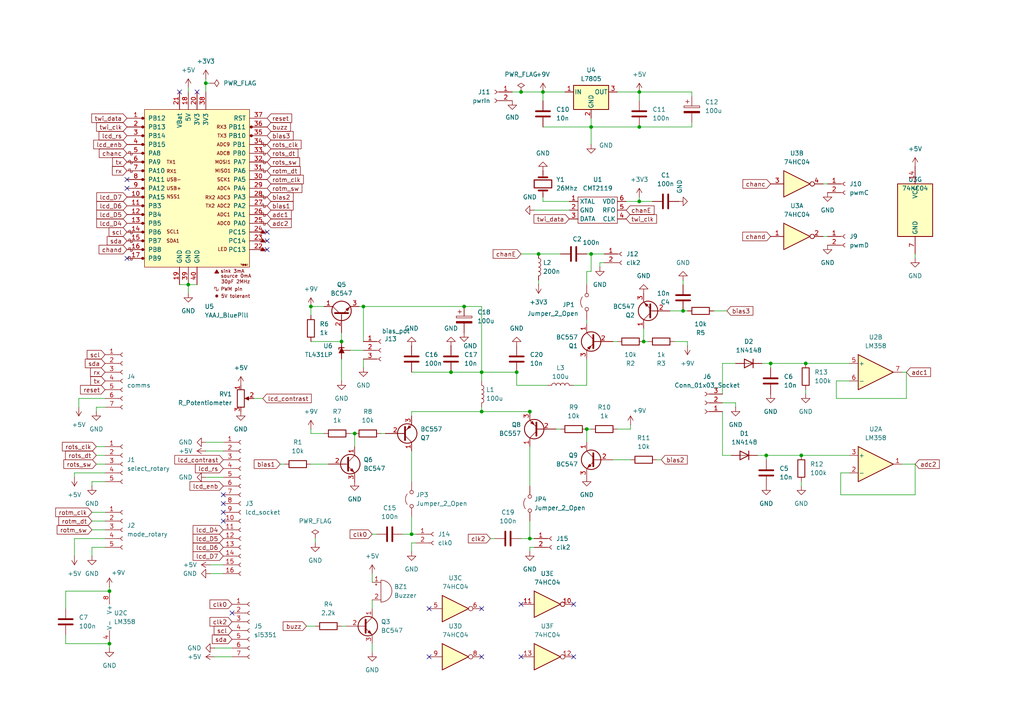
<source format=kicad_sch>
(kicad_sch (version 20231120) (generator "eeschema") (generator_version "8.0")
  (paper "A4")
  (title_block (title "RFGen") (date "2024-09-13") (rev "v1.5") (company "Suryasaradhi") (comment 1 "Bluepill version"))
  (junction (at 99.06 99.06))
  (junction (at 171.45 36.83))
  (junction (at 157.48 26.67))
  (junction (at 59.69 24.13))
  (junction (at 171.45 73.66))
  (junction (at 232.41 132.08))
  (junction (at 223.52 105.41))
  (junction (at 130.81 107.95))
  (junction (at 105.41 88.9))
  (junction (at 54.61 82.55))
  (junction (at 151.13 26.67))
  (junction (at 185.42 36.83))
  (junction (at 31.75 171.45))
  (junction (at 156.21 73.66))
  (junction (at 186.69 99.06))
  (junction (at 198.12 90.17))
  (junction (at 134.62 88.9))
  (junction (at 119.38 154.94))
  (junction (at 102.87 125.73))
  (junction (at 222.25 132.08))
  (junction (at 139.7 119.38))
  (junction (at 153.67 156.21))
  (junction (at 149.86 107.95))
  (junction (at 170.18 124.46))
  (junction (at 90.17 88.9))
  (junction (at 233.68 105.41))
  (junction (at 139.7 107.95))
  (junction (at 31.75 186.69))
  (junction (at 185.42 58.42))
  (junction (at 153.67 119.38))
  (junction (at 185.42 26.67))
  (no_connect (at 64.77 143.51))
  (no_connect (at 139.7 176.53))
  (no_connect (at 64.77 148.59))
  (no_connect (at 77.47 69.85))
  (no_connect (at 151.13 175.26))
  (no_connect (at 52.07 26.67))
  (no_connect (at 57.15 26.67))
  (no_connect (at 64.77 146.05))
  (no_connect (at 36.83 54.61))
  (no_connect (at 36.83 74.93))
  (no_connect (at 139.7 190.5))
  (no_connect (at 166.37 190.5))
  (no_connect (at 77.47 67.31))
  (no_connect (at 151.13 190.5))
  (no_connect (at 64.77 151.13))
  (no_connect (at 124.46 176.53))
  (no_connect (at 36.83 52.07))
  (no_connect (at 124.46 190.5))
  (no_connect (at 67.31 177.8))
  (no_connect (at 77.47 72.39))
  (no_connect (at 166.37 175.26))
  (wire (pts (xy 149.86 111.76) (xy 149.86 107.95)))
  (wire (pts (xy 157.48 58.42) (xy 157.48 57.15)))
  (wire (pts (xy 101.6 125.73) (xy 102.87 125.73)))
  (wire (pts (xy 170.18 73.66) (xy 171.45 73.66)))
  (wire (pts (xy 195.58 99.06) (xy 199.39 99.06)))
  (wire (pts (xy 186.69 99.06) (xy 186.69 95.25)))
  (wire (pts (xy 200.66 35.56) (xy 200.66 36.83)))
  (wire (pts (xy 59.69 130.81) (xy 64.77 130.81)))
  (wire (pts (xy 262.89 115.57) (xy 262.89 107.95)))
  (wire (pts (xy 119.38 130.81) (xy 119.38 139.7)))
  (wire (pts (xy 213.36 116.84) (xy 213.36 118.11)))
  (wire (pts (xy 243.84 143.51) (xy 265.43 143.51)))
  (wire (pts (xy 59.69 138.43) (xy 64.77 138.43)))
  (wire (pts (xy 59.69 22.86) (xy 59.69 24.13)))
  (wire (pts (xy 99.06 104.14) (xy 99.06 110.49)))
  (wire (pts (xy 101.6 101.6) (xy 105.41 101.6)))
  (wire (pts (xy 119.38 107.95) (xy 130.81 107.95)))
  (wire (pts (xy 59.69 24.13) (xy 59.69 26.67)))
  (wire (pts (xy 171.45 36.83) (xy 171.45 41.91)))
  (wire (pts (xy 162.56 124.46) (xy 161.29 124.46)))
  (wire (pts (xy 158.75 111.76) (xy 149.86 111.76)))
  (wire (pts (xy 191.77 133.35) (xy 190.5 133.35)))
  (wire (pts (xy 107.95 186.69) (xy 107.95 189.23)))
  (wire (pts (xy 88.9 181.61) (xy 91.44 181.61)))
  (wire (pts (xy 156.21 82.55) (xy 156.21 81.28)))
  (wire (pts (xy 222.25 133.35) (xy 222.25 132.08)))
  (wire (pts (xy 223.52 105.41) (xy 220.98 105.41)))
  (wire (pts (xy 90.17 88.9) (xy 90.17 91.44)))
  (wire (pts (xy 233.68 113.03) (xy 233.68 114.3)))
  (wire (pts (xy 26.67 148.59) (xy 30.48 148.59)))
  (wire (pts (xy 157.48 36.83) (xy 171.45 36.83)))
  (wire (pts (xy 149.86 107.95) (xy 139.7 107.95)))
  (wire (pts (xy 107.95 173.99) (xy 107.95 176.53)))
  (wire (pts (xy 119.38 154.94) (xy 120.65 154.94)))
  (wire (pts (xy 27.94 118.11) (xy 27.94 119.38)))
  (wire (pts (xy 107.95 166.37) (xy 107.95 168.91)))
  (wire (pts (xy 60.96 163.83) (xy 64.77 163.83)))
  (wire (pts (xy 185.42 58.42) (xy 185.42 57.15)))
  (wire (pts (xy 26.67 153.67) (xy 30.48 153.67)))
  (wire (pts (xy 134.62 88.9) (xy 105.41 88.9)))
  (wire (pts (xy 171.45 78.74) (xy 171.45 73.66)))
  (wire (pts (xy 62.23 187.96) (xy 67.31 187.96)))
  (wire (pts (xy 246.38 110.49) (xy 242.57 110.49)))
  (wire (pts (xy 54.61 82.55) (xy 57.15 82.55)))
  (wire (pts (xy 139.7 119.38) (xy 153.67 119.38)))
  (wire (pts (xy 157.48 26.67) (xy 157.48 29.21)))
  (wire (pts (xy 156.21 73.66) (xy 162.56 73.66)))
  (wire (pts (xy 170.18 111.76) (xy 170.18 104.14)))
  (wire (pts (xy 119.38 157.48) (xy 119.38 160.02)))
  (wire (pts (xy 102.87 125.73) (xy 102.87 129.54)))
  (wire (pts (xy 182.88 124.46) (xy 182.88 123.19)))
  (wire (pts (xy 177.8 133.35) (xy 182.88 133.35)))
  (wire (pts (xy 30.48 158.75) (xy 26.67 158.75)))
  (wire (pts (xy 153.67 151.13) (xy 153.67 156.21)))
  (wire (pts (xy 60.96 166.37) (xy 64.77 166.37)))
  (wire (pts (xy 139.7 88.9) (xy 134.62 88.9)))
  (wire (pts (xy 175.26 76.2) (xy 173.99 76.2)))
  (wire (pts (xy 200.66 26.67) (xy 185.42 26.67)))
  (wire (pts (xy 265.43 134.62) (xy 261.62 134.62)))
  (wire (pts (xy 171.45 73.66) (xy 175.26 73.66)))
  (wire (pts (xy 185.42 58.42) (xy 189.23 58.42)))
  (wire (pts (xy 198.12 90.17) (xy 194.31 90.17)))
  (wire (pts (xy 139.7 107.95) (xy 130.81 107.95)))
  (wire (pts (xy 62.23 190.5) (xy 67.31 190.5)))
  (wire (pts (xy 199.39 90.17) (xy 198.12 90.17)))
  (wire (pts (xy 26.67 158.75) (xy 26.67 161.29)))
  (wire (pts (xy 165.1 60.96) (xy 154.94 60.96)))
  (wire (pts (xy 54.61 25.4) (xy 54.61 26.67)))
  (wire (pts (xy 21.59 156.21) (xy 21.59 161.29)))
  (wire (pts (xy 54.61 82.55) (xy 54.61 85.09)))
  (wire (pts (xy 151.13 156.21) (xy 153.67 156.21)))
  (wire (pts (xy 181.61 58.42) (xy 185.42 58.42)))
  (wire (pts (xy 119.38 149.86) (xy 119.38 154.94)))
  (wire (pts (xy 73.66 115.57) (xy 76.2 115.57)))
  (wire (pts (xy 31.75 170.18) (xy 31.75 171.45)))
  (wire (pts (xy 111.76 125.73) (xy 110.49 125.73)))
  (wire (pts (xy 31.75 187.96) (xy 31.75 186.69)))
  (wire (pts (xy 222.25 132.08) (xy 232.41 132.08)))
  (wire (pts (xy 238.76 53.34) (xy 240.03 53.34)))
  (wire (pts (xy 170.18 82.55) (xy 170.18 78.74)))
  (wire (pts (xy 163.83 26.67) (xy 157.48 26.67)))
  (wire (pts (xy 179.07 99.06) (xy 177.8 99.06)))
  (wire (pts (xy 185.42 29.21) (xy 185.42 26.67)))
  (wire (pts (xy 200.66 27.94) (xy 200.66 26.67)))
  (wire (pts (xy 19.05 171.45) (xy 19.05 176.53)))
  (wire (pts (xy 265.43 73.66) (xy 265.43 74.93)))
  (wire (pts (xy 120.65 157.48) (xy 119.38 157.48)))
  (wire (pts (xy 105.41 99.06) (xy 105.41 88.9)))
  (wire (pts (xy 21.59 137.16) (xy 21.59 138.43)))
  (wire (pts (xy 238.76 68.58) (xy 240.03 68.58)))
  (wire (pts (xy 209.55 132.08) (xy 212.09 132.08)))
  (wire (pts (xy 200.66 36.83) (xy 185.42 36.83)))
  (wire (pts (xy 171.45 34.29) (xy 171.45 36.83)))
  (wire (pts (xy 262.89 107.95) (xy 261.62 107.95)))
  (wire (pts (xy 246.38 137.16) (xy 243.84 137.16)))
  (wire (pts (xy 209.55 105.41) (xy 213.36 105.41)))
  (wire (pts (xy 116.84 154.94) (xy 119.38 154.94)))
  (wire (pts (xy 19.05 171.45) (xy 31.75 171.45)))
  (wire (pts (xy 232.41 132.08) (xy 246.38 132.08)))
  (wire (pts (xy 93.98 88.9) (xy 90.17 88.9)))
  (wire (pts (xy 30.48 137.16) (xy 21.59 137.16)))
  (wire (pts (xy 233.68 105.41) (xy 246.38 105.41)))
  (wire (pts (xy 90.17 125.73) (xy 90.17 124.46)))
  (wire (pts (xy 242.57 115.57) (xy 262.89 115.57)))
  (wire (pts (xy 198.12 81.28) (xy 198.12 82.55)))
  (wire (pts (xy 153.67 119.38) (xy 153.67 120.65)))
  (wire (pts (xy 93.98 125.73) (xy 90.17 125.73)))
  (wire (pts (xy 107.95 154.94) (xy 109.22 154.94)))
  (wire (pts (xy 142.24 156.21) (xy 143.51 156.21)))
  (wire (pts (xy 30.48 139.7) (xy 26.67 139.7)))
  (wire (pts (xy 151.13 26.67) (xy 157.48 26.67)))
  (wire (pts (xy 19.05 184.15) (xy 19.05 186.69)))
  (wire (pts (xy 139.7 107.95) (xy 139.7 110.49)))
  (wire (pts (xy 30.48 156.21) (xy 21.59 156.21)))
  (wire (pts (xy 153.67 158.75) (xy 153.67 160.02)))
  (wire (pts (xy 19.05 186.69) (xy 31.75 186.69)))
  (wire (pts (xy 222.25 132.08) (xy 219.71 132.08)))
  (wire (pts (xy 119.38 119.38) (xy 139.7 119.38)))
  (wire (pts (xy 242.57 110.49) (xy 242.57 115.57)))
  (wire (pts (xy 265.43 143.51) (xy 265.43 134.62)))
  (wire (pts (xy 105.41 104.14) (xy 105.41 106.68)))
  (wire (pts (xy 99.06 181.61) (xy 100.33 181.61)))
  (wire (pts (xy 90.17 99.06) (xy 99.06 99.06)))
  (wire (pts (xy 199.39 99.06) (xy 199.39 100.33)))
  (wire (pts (xy 153.67 156.21) (xy 154.94 156.21)))
  (wire (pts (xy 209.55 114.3) (xy 209.55 105.41)))
  (wire (pts (xy 119.38 119.38) (xy 119.38 120.65)))
  (wire (pts (xy 139.7 118.11) (xy 139.7 119.38)))
  (wire (pts (xy 99.06 96.52) (xy 99.06 99.06)))
  (wire (pts (xy 26.67 139.7) (xy 26.67 140.97)))
  (wire (pts (xy 154.94 158.75) (xy 153.67 158.75)))
  (wire (pts (xy 170.18 78.74) (xy 171.45 78.74)))
  (wire (pts (xy 27.94 134.62) (xy 30.48 134.62)))
  (wire (pts (xy 223.52 106.68) (xy 223.52 105.41)))
  (wire (pts (xy 90.17 134.62) (xy 95.25 134.62)))
  (wire (pts (xy 165.1 58.42) (xy 157.48 58.42)))
  (wire (pts (xy 171.45 124.46) (xy 170.18 124.46)))
  (wire (pts (xy 243.84 137.16) (xy 243.84 143.51)))
  (wire (pts (xy 170.18 93.98) (xy 170.18 92.71)))
  (wire (pts (xy 210.82 90.17) (xy 207.01 90.17)))
  (wire (pts (xy 153.67 129.54) (xy 153.67 140.97)))
  (wire (pts (xy 52.07 82.55) (xy 54.61 82.55)))
  (wire (pts (xy 185.42 26.67) (xy 179.07 26.67)))
  (wire (pts (xy 232.41 139.7) (xy 232.41 140.97)))
  (wire (pts (xy 173.99 76.2) (xy 173.99 77.47)))
  (wire (pts (xy 105.41 88.9) (xy 104.14 88.9)))
  (wire (pts (xy 170.18 124.46) (xy 170.18 128.27)))
  (wire (pts (xy 60.96 24.13) (xy 59.69 24.13)))
  (wire (pts (xy 209.55 116.84) (xy 213.36 116.84)))
  (wire (pts (xy 223.52 105.41) (xy 233.68 105.41)))
  (wire (pts (xy 27.94 132.08) (xy 30.48 132.08)))
  (wire (pts (xy 91.44 156.21) (xy 91.44 157.48)))
  (wire (pts (xy 26.67 151.13) (xy 30.48 151.13)))
  (wire (pts (xy 171.45 36.83) (xy 185.42 36.83)))
  (wire (pts (xy 139.7 107.95) (xy 139.7 88.9)))
  (wire (pts (xy 187.96 99.06) (xy 186.69 99.06)))
  (wire (pts (xy 22.86 115.57) (xy 22.86 118.11)))
  (wire (pts (xy 209.55 119.38) (xy 209.55 132.08)))
  (wire (pts (xy 151.13 73.66) (xy 156.21 73.66)))
  (wire (pts (xy 30.48 118.11) (xy 27.94 118.11)))
  (wire (pts (xy 166.37 111.76) (xy 170.18 111.76)))
  (wire (pts (xy 59.69 128.27) (xy 64.77 128.27)))
  (wire (pts (xy 27.94 129.54) (xy 30.48 129.54)))
  (wire (pts (xy 81.28 134.62) (xy 82.55 134.62)))
  (wire (pts (xy 179.07 124.46) (xy 182.88 124.46)))
  (wire (pts (xy 148.59 26.67) (xy 151.13 26.67)))
  (wire (pts (xy 30.48 115.57) (xy 22.86 115.57)))
  (global_label "rots_sw" (shape input) (at 27.94 134.62 180) (property "Intersheetrefs" "${INTERSHEET_REFS}" (effects (hide yes))))
  (global_label "chanc" (shape input) (at 223.52 53.34 180) (property "Intersheetrefs" "${INTERSHEET_REFS}" (effects (hide yes))))
  (global_label "adc2" (shape input) (at 77.47 64.77 0) (property "Intersheetrefs" "${INTERSHEET_REFS}" (effects (hide yes))))
  (global_label "buzz" (shape input) (at 77.47 36.83 0) (property "Intersheetrefs" "${INTERSHEET_REFS}" (effects (hide yes))))
  (global_label "rots_clk" (shape input) (at 27.94 129.54 180) (property "Intersheetrefs" "${INTERSHEET_REFS}" (effects (hide yes))))
  (global_label "lcd_rs" (shape input) (at 64.77 135.89 180) (property "Intersheetrefs" "${INTERSHEET_REFS}" (effects (hide yes))))
  (global_label "twi_data" (shape input) (at 165.1 63.5 180) (property "Intersheetrefs" "${INTERSHEET_REFS}" (effects (hide yes))))
  (global_label "buzz" (shape input) (at 88.9 181.61 180) (property "Intersheetrefs" "${INTERSHEET_REFS}" (effects (hide yes))))
  (global_label "adc2" (shape input) (at 265.43 134.62 0) (property "Intersheetrefs" "${INTERSHEET_REFS}" (effects (hide yes))))
  (global_label "lcd_enb" (shape input) (at 36.83 41.91 180) (property "Intersheetrefs" "${INTERSHEET_REFS}" (effects (hide yes))))
  (global_label "twi_data" (shape input) (at 36.83 34.29 180) (property "Intersheetrefs" "${INTERSHEET_REFS}" (effects (hide yes))))
  (global_label "rx" (shape input) (at 36.83 49.53 180) (property "Intersheetrefs" "${INTERSHEET_REFS}" (effects (hide yes))))
  (global_label "rots_dt" (shape input) (at 77.47 44.45 0) (property "Intersheetrefs" "${INTERSHEET_REFS}" (effects (hide yes))))
  (global_label "rotm_clk" (shape input) (at 26.67 148.59 180) (property "Intersheetrefs" "${INTERSHEET_REFS}" (effects (hide yes))))
  (global_label "chand" (shape input) (at 223.52 68.58 180) (property "Intersheetrefs" "${INTERSHEET_REFS}" (effects (hide yes))))
  (global_label "scl" (shape input) (at 67.31 182.88 180) (property "Intersheetrefs" "${INTERSHEET_REFS}" (effects (hide yes))))
  (global_label "adc1" (shape input) (at 77.47 62.23 0) (property "Intersheetrefs" "${INTERSHEET_REFS}" (effects (hide yes))))
  (global_label "lcd_D7" (shape input) (at 64.77 161.29 180) (property "Intersheetrefs" "${INTERSHEET_REFS}" (effects (hide yes))))
  (global_label "scl" (shape input) (at 30.48 102.87 180) (property "Intersheetrefs" "${INTERSHEET_REFS}" (effects (hide yes))))
  (global_label "bias3" (shape input) (at 210.82 90.17 0) (property "Intersheetrefs" "${INTERSHEET_REFS}" (effects (hide yes))))
  (global_label "bias2" (shape input) (at 77.47 57.15 0) (property "Intersheetrefs" "${INTERSHEET_REFS}" (effects (hide yes))))
  (global_label "bias2" (shape input) (at 191.77 133.35 0) (property "Intersheetrefs" "${INTERSHEET_REFS}" (effects (hide yes))))
  (global_label "reset" (shape input) (at 30.48 113.03 180) (property "Intersheetrefs" "${INTERSHEET_REFS}" (effects (hide yes))))
  (global_label "rotm_clk" (shape input) (at 77.47 52.07 0) (property "Intersheetrefs" "${INTERSHEET_REFS}" (effects (hide yes))))
  (global_label "lcd_D5" (shape input) (at 64.77 156.21 180) (property "Intersheetrefs" "${INTERSHEET_REFS}" (effects (hide yes))))
  (global_label "lcd_D7" (shape input) (at 36.83 57.15 180) (property "Intersheetrefs" "${INTERSHEET_REFS}" (effects (hide yes))))
  (global_label "clk2" (shape input) (at 67.31 180.34 180) (property "Intersheetrefs" "${INTERSHEET_REFS}" (effects (hide yes))))
  (global_label "lcd_contrast" (shape input) (at 76.2 115.57 0) (property "Intersheetrefs" "${INTERSHEET_REFS}" (effects (hide yes))))
  (global_label "lcd_D5" (shape input) (at 36.83 62.23 180) (property "Intersheetrefs" "${INTERSHEET_REFS}" (effects (hide yes))))
  (global_label "chanc" (shape input) (at 36.83 44.45 180) (property "Intersheetrefs" "${INTERSHEET_REFS}" (effects (hide yes))))
  (global_label "lcd_D6" (shape input) (at 36.83 59.69 180) (property "Intersheetrefs" "${INTERSHEET_REFS}" (effects (hide yes))))
  (global_label "sda" (shape input) (at 36.83 69.85 180) (property "Intersheetrefs" "${INTERSHEET_REFS}" (effects (hide yes))))
  (global_label "reset" (shape input) (at 77.47 34.29 0) (property "Intersheetrefs" "${INTERSHEET_REFS}" (effects (hide yes))))
  (global_label "adc1" (shape input) (at 262.89 107.95 0) (property "Intersheetrefs" "${INTERSHEET_REFS}" (effects (hide yes))))
  (global_label "rots_clk" (shape input) (at 77.47 41.91 0) (property "Intersheetrefs" "${INTERSHEET_REFS}" (effects (hide yes))))
  (global_label "chanE" (shape input) (at 151.13 73.66 180) (property "Intersheetrefs" "${INTERSHEET_REFS}" (effects (hide yes))))
  (global_label "rots_sw" (shape input) (at 77.47 46.99 0) (property "Intersheetrefs" "${INTERSHEET_REFS}" (effects (hide yes))))
  (global_label "clk0" (shape input) (at 107.95 154.94 180) (property "Intersheetrefs" "${INTERSHEET_REFS}" (effects (hide yes))))
  (global_label "sda" (shape input) (at 30.48 105.41 180) (property "Intersheetrefs" "${INTERSHEET_REFS}" (effects (hide yes))))
  (global_label "scl" (shape input) (at 36.83 67.31 180) (property "Intersheetrefs" "${INTERSHEET_REFS}" (effects (hide yes))))
  (global_label "rotm_sw" (shape input) (at 77.47 54.61 0) (property "Intersheetrefs" "${INTERSHEET_REFS}" (effects (hide yes))))
  (global_label "rotm_dt" (shape input) (at 77.47 49.53 0) (property "Intersheetrefs" "${INTERSHEET_REFS}" (effects (hide yes))))
  (global_label "twi_clk" (shape input) (at 181.61 63.5 0) (property "Intersheetrefs" "${INTERSHEET_REFS}" (effects (hide yes))))
  (global_label "lcd_contrast" (shape input) (at 64.77 133.35 180) (property "Intersheetrefs" "${INTERSHEET_REFS}" (effects (hide yes))))
  (global_label "lcd_D4" (shape input) (at 64.77 153.67 180) (property "Intersheetrefs" "${INTERSHEET_REFS}" (effects (hide yes))))
  (global_label "rotm_sw" (shape input) (at 26.67 153.67 180) (property "Intersheetrefs" "${INTERSHEET_REFS}" (effects (hide yes))))
  (global_label "twi_clk" (shape input) (at 36.83 36.83 180) (property "Intersheetrefs" "${INTERSHEET_REFS}" (effects (hide yes))))
  (global_label "chand" (shape input) (at 36.83 72.39 180) (property "Intersheetrefs" "${INTERSHEET_REFS}" (effects (hide yes))))
  (global_label "rx" (shape input) (at 30.48 107.95 180) (property "Intersheetrefs" "${INTERSHEET_REFS}" (effects (hide yes))))
  (global_label "lcd_D4" (shape input) (at 36.83 64.77 180) (property "Intersheetrefs" "${INTERSHEET_REFS}" (effects (hide yes))))
  (global_label "rotm_dt" (shape input) (at 26.67 151.13 180) (property "Intersheetrefs" "${INTERSHEET_REFS}" (effects (hide yes))))
  (global_label "lcd_rs" (shape input) (at 36.83 39.37 180) (property "Intersheetrefs" "${INTERSHEET_REFS}" (effects (hide yes))))
  (global_label "bias1" (shape input) (at 81.28 134.62 180) (property "Intersheetrefs" "${INTERSHEET_REFS}" (effects (hide yes))))
  (global_label "clk0" (shape input) (at 67.31 175.26 180) (property "Intersheetrefs" "${INTERSHEET_REFS}" (effects (hide yes))))
  (global_label "chanE" (shape input) (at 181.61 60.96 0) (property "Intersheetrefs" "${INTERSHEET_REFS}" (effects (hide yes))))
  (global_label "rots_dt" (shape input) (at 27.94 132.08 180) (property "Intersheetrefs" "${INTERSHEET_REFS}" (effects (hide yes))))
  (global_label "lcd_D6" (shape input) (at 64.77 158.75 180) (property "Intersheetrefs" "${INTERSHEET_REFS}" (effects (hide yes))))
  (global_label "bias3" (shape input) (at 77.47 39.37 0) (property "Intersheetrefs" "${INTERSHEET_REFS}" (effects (hide yes))))
  (global_label "lcd_enb" (shape input) (at 64.77 140.97 180) (property "Intersheetrefs" "${INTERSHEET_REFS}" (effects (hide yes))))
  (global_label "clk2" (shape input) (at 142.24 156.21 180) (property "Intersheetrefs" "${INTERSHEET_REFS}" (effects (hide yes))))
  (global_label "tx" (shape input) (at 36.83 46.99 180) (property "Intersheetrefs" "${INTERSHEET_REFS}" (effects (hide yes))))
  (global_label "bias1" (shape input) (at 77.47 59.69 0) (property "Intersheetrefs" "${INTERSHEET_REFS}" (effects (hide yes))))
  (global_label "sda" (shape input) (at 67.31 185.42 180) (property "Intersheetrefs" "${INTERSHEET_REFS}" (effects (hide yes))))
  (global_label "tx" (shape input) (at 30.48 110.49 180) (property "Intersheetrefs" "${INTERSHEET_REFS}" (effects (hide yes))))
  (symbol (lib_id "Connector:Conn_01x05_Socket") (at 35.56 153.67 0) (unit 1)
    (property "Reference" "J2" (at 36.83 152.3999 0) (effects (justify left)))
    (property "Value" "mode_rotary" (at 36.83 154.9399 0) (effects (justify left)))
    (property "Footprint" "Connector_PinHeader_2.54mm:PinHeader_1x05_P2.54mm_Vertical" (effects (hide yes)))
    (property "Description" "Generic connector, single row, 01x05, script generated" (effects (hide yes)))
  )
  (symbol (lib_id "power:GND") (at 186.69 85.09 180) (unit 1)
    (property "Reference" "#PWR021" (effects (hide yes)))
    (property "Value" "GND" (at 186.69 80.01 0))
    (property "Description" "Power symbol creates a global label with name \"GND\" , ground" (effects (hide yes)))
  )
  (symbol (lib_id "Transistor_BJT:BC547") (at 172.72 133.35 0) (mirror y) (unit 1)
    (property "Reference" "Q9" (at 167.64 132.0799 0) (effects (justify left)))
    (property "Value" "BC547" (at 167.64 134.6199 0) (effects (justify left)))
    (property "Footprint" "Package_TO_SOT_THT:TO-92_Inline" (effects (hide yes)))
    (property "Datasheet" "https://www.onsemi.com/pub/Collateral/BC550-D.pdf" (effects (hide yes)))
    (property "Description" "0.1A Ic, 45V Vce, Small Signal NPN Transistor, TO-92" (effects (hide yes)))
  )
  (symbol (lib_id "power:+5V") (at 21.59 138.43 180) (unit 1)
    (property "Reference" "#PWR07" (effects (hide yes)))
    (property "Value" "+5V" (at 21.59 143.51 0))
    (property "Description" "Power symbol creates a global label with name \"+5V\"" (effects (hide yes)))
  )
  (symbol (lib_id "Transistor_BJT:BC547") (at 100.33 134.62 0) (unit 1)
    (property "Reference" "Q6" (at 105.41 133.3499 0) (effects (justify left)))
    (property "Value" "BC547" (at 105.41 135.8899 0) (effects (justify left)))
    (property "Footprint" "Package_TO_SOT_THT:TO-92_Inline" (effects (hide yes)))
    (property "Datasheet" "https://www.onsemi.com/pub/Collateral/BC550-D.pdf" (effects (hide yes)))
    (property "Description" "0.1A Ic, 45V Vce, Small Signal NPN Transistor, TO-92" (effects (hide yes)))
  )
  (symbol (lib_id "power:GND") (at 102.87 139.7 0) (unit 1)
    (property "Reference" "#PWR051" (effects (hide yes)))
    (property "Value" "GND" (at 102.87 144.78 0))
    (property "Description" "Power symbol creates a global label with name \"GND\" , ground" (effects (hide yes)))
  )
  (symbol (lib_id "power:+5V") (at 60.96 163.83 90) (unit 1)
    (property "Reference" "#PWR014" (effects (hide yes)))
    (property "Value" "+5V" (at 57.15 163.8299 90) (effects (justify left)))
    (property "Description" "Power symbol creates a global label with name \"+5V\"" (effects (hide yes)))
  )
  (symbol (lib_id "power:GND") (at 107.95 189.23 0) (unit 1)
    (property "Reference" "#PWR023" (effects (hide yes)))
    (property "Value" "GND" (at 107.95 194.31 0))
    (property "Description" "Power symbol creates a global label with name \"GND\" , ground" (effects (hide yes)))
  )
  (symbol (lib_id "power:PWR_FLAG") (at 91.44 156.21 0) (unit 1)
    (property "Reference" "#FLG01" (effects (hide yes)))
    (property "Value" "PWR_FLAG" (at 91.44 151.13 0))
    (property "Description" "Special symbol for telling ERC where power comes from" (effects (hide yes)))
  )
  (symbol (lib_id "power:+5V") (at 62.23 190.5 90) (unit 1)
    (property "Reference" "#PWR020" (effects (hide yes)))
    (property "Value" "+5V" (at 58.42 190.4999 90) (effects (justify left)))
    (property "Description" "Power symbol creates a global label with name \"+5V\"" (effects (hide yes)))
  )
  (symbol (lib_id "power:+5V") (at 54.61 25.4 0) (unit 1)
    (property "Reference" "#PWR02" (effects (hide yes)))
    (property "Value" "+5V" (at 54.61 20.32 0))
    (property "Description" "Power symbol creates a global label with name \"+5V\"" (effects (hide yes)))
  )
  (symbol (lib_id "power:GND") (at 153.67 160.02 0) (unit 1)
    (property "Reference" "#PWR058" (effects (hide yes)))
    (property "Value" "GND" (at 153.67 165.1 0))
    (property "Description" "Power symbol creates a global label with name \"GND\" , ground" (effects (hide yes)))
  )
  (symbol (lib_id "power:+5V") (at 22.86 118.11 180) (unit 1)
    (property "Reference" "#PWR016" (effects (hide yes)))
    (property "Value" "+5V" (at 22.86 123.19 0))
    (property "Description" "Power symbol creates a global label with name \"+5V\"" (effects (hide yes)))
  )
  (symbol (lib_id "Device:L") (at 139.7 114.3 0) (unit 1)
    (property "Reference" "L1" (at 140.97 113.0299 0) (effects (justify left)))
    (property "Value" "100u" (at 140.97 115.5699 0) (effects (justify left)))
    (property "Footprint" "Inductor_THT:L_Toroid_Vertical_L14.7mm_W8.6mm_P5.58mm_Pulse_KM-1" (effects (hide yes)))
    (property "Description" "Inductor" (effects (hide yes)))
  )
  (symbol (lib_id "Connector:Conn_01x05_Socket") (at 35.56 134.62 0) (unit 1)
    (property "Reference" "J1" (at 36.83 133.3499 0) (effects (justify left)))
    (property "Value" "select_rotary" (at 36.83 135.8899 0) (effects (justify left)))
    (property "Footprint" "Connector_PinHeader_2.54mm:PinHeader_1x05_P2.54mm_Vertical" (effects (hide yes)))
    (property "Description" "Generic connector, single row, 01x05, script generated" (effects (hide yes)))
  )
  (symbol (lib_id "power:GND") (at 223.52 114.3 0) (mirror y) (unit 1)
    (property "Reference" "#PWR029" (effects (hide yes)))
    (property "Value" "GND" (at 223.52 119.38 0))
    (property "Description" "Power symbol creates a global label with name \"GND\" , ground" (effects (hide yes)))
  )
  (symbol (lib_id "power:GND") (at 26.67 140.97 0) (unit 1)
    (property "Reference" "#PWR06" (effects (hide yes)))
    (property "Value" "GND" (at 26.67 146.05 0))
    (property "Description" "Power symbol creates a global label with name \"GND\" , ground" (effects (hide yes)))
  )
  (symbol (lib_id "Device:C_Polarized") (at 134.62 92.71 0) (unit 1)
    (property "Reference" "C18" (at 138.43 90.5509 0) (effects (justify left)))
    (property "Value" "100u" (at 138.43 93.0909 0) (effects (justify left)))
    (property "Footprint" "Capacitor_THT:CP_Radial_D8.0mm_P5.00mm" (effects (hide yes)))
    (property "Description" "Polarized capacitor" (effects (hide yes)))
  )
  (symbol (lib_id "Regulator_Linear:L7805") (at 171.45 26.67 0) (unit 1)
    (property "Reference" "U4" (at 171.45 20.32 0))
    (property "Value" "L7805" (at 171.45 22.86 0))
    (property "Footprint" "Package_TO_SOT_THT:TO-220-3_Vertical" (effects (hide yes)))
    (property "Datasheet" "http://www.st.com/content/ccc/resource/technical/document/datasheet/41/4f/b3/b0/12/d4/47/88/CD00000444.pdf/files/CD00000444.pdf/jcr:content/translations/en.CD00000444.pdf" (effects (hide yes)))
    (property "Description" "Positive 1.5A 35V Linear Regulator, Fixed Output 5V, TO-220/TO-263/TO-252" (effects (hide yes)))
  )
  (symbol (lib_id "Device:R") (at 106.68 125.73 90) (unit 1)
    (property "Reference" "R8" (at 106.68 119.38 90))
    (property "Value" "10k" (at 106.68 121.92 90))
    (property "Footprint" "Resistor_THT:R_Axial_DIN0207_L6.3mm_D2.5mm_P10.16mm_Horizontal" (effects (hide yes)))
    (property "Description" "Resistor" (effects (hide yes)))
  )
  (symbol (lib_id "power:GND") (at 232.41 140.97 0) (mirror y) (unit 1)
    (property "Reference" "#PWR031" (effects (hide yes)))
    (property "Value" "GND" (at 232.41 146.05 0))
    (property "Description" "Power symbol creates a global label with name \"GND\" , ground" (effects (hide yes)))
  )
  (symbol (lib_id "power:PWR_FLAG") (at 60.96 24.13 270) (unit 1)
    (property "Reference" "#FLG02" (effects (hide yes)))
    (property "Value" "PWR_FLAG" (at 64.77 24.1299 90) (effects (justify left)))
    (property "Description" "Special symbol for telling ERC where power comes from" (effects (hide yes)))
  )
  (symbol (lib_id "Device:C") (at 198.12 86.36 180) (unit 1)
    (property "Reference" "C4" (at 194.31 87.6301 0) (effects (justify left)))
    (property "Value" "10n" (at 194.31 85.0901 0) (effects (justify left)))
    (property "Footprint" "Capacitor_THT:C_Disc_D5.0mm_W2.5mm_P2.50mm" (effects (hide yes)))
    (property "Description" "Unpolarized capacitor" (effects (hide yes)))
  )
  (symbol (lib_id "power:GND") (at 130.81 100.33 180) (unit 1)
    (property "Reference" "#PWR055" (effects (hide yes)))
    (property "Value" "GND" (at 130.81 95.25 0))
    (property "Description" "Power symbol creates a global label with name \"GND\" , ground" (effects (hide yes)))
  )
  (symbol (lib_id "74xx:74HC04") (at 231.14 53.34 0) (unit 2)
    (property "Reference" "U3" (at 231.14 44.45 0))
    (property "Value" "74HC04" (at 231.14 46.99 0))
    (property "Footprint" "Package_DIP:DIP-14_W7.62mm" (effects (hide yes)))
    (property "Datasheet" "https://assets.nexperia.com/documents/data-sheet/74HC_HCT04.pdf" (effects (hide yes)))
    (property "Description" "Hex Inverter" (effects (hide yes)))
  )
  (symbol (lib_id "Device:R") (at 175.26 124.46 90) (mirror x) (unit 1)
    (property "Reference" "R10" (at 175.26 118.11 90))
    (property "Value" "1k" (at 175.26 120.65 90))
    (property "Footprint" "Resistor_THT:R_Axial_DIN0207_L6.3mm_D2.5mm_P10.16mm_Horizontal" (effects (hide yes)))
    (property "Description" "Resistor" (effects (hide yes)))
  )
  (symbol (lib_id "74xx:74HC04") (at 132.08 176.53 0) (unit 3)
    (property "Reference" "U3" (at 132.08 167.64 0))
    (property "Value" "74HC04" (at 132.08 170.18 0))
    (property "Footprint" "Package_DIP:DIP-14_W7.62mm" (effects (hide yes)))
    (property "Datasheet" "https://assets.nexperia.com/documents/data-sheet/74HC_HCT04.pdf" (effects (hide yes)))
    (property "Description" "Hex Inverter" (effects (hide yes)))
  )
  (symbol (lib_id "Connector:Conn_01x07_Socket") (at 72.39 182.88 0) (unit 1)
    (property "Reference" "J5" (at 73.66 181.6099 0) (effects (justify left)))
    (property "Value" "si5351" (at 73.66 184.1499 0) (effects (justify left)))
    (property "Footprint" "Connector_PinHeader_2.54mm:PinHeader_1x07_P2.54mm_Vertical" (effects (hide yes)))
    (property "Description" "Generic connector, single row, 01x07, script generated" (effects (hide yes)))
  )
  (symbol (lib_id "power:+9V") (at 182.88 123.19 0) (mirror y) (unit 1)
    (property "Reference" "#PWR061" (effects (hide yes)))
    (property "Value" "+9V" (at 185.42 119.126 0))
    (property "Description" "Power symbol creates a global label with name \"+9V\"" (effects (hide yes)))
  )
  (symbol (lib_id "Device:R") (at 95.25 181.61 90) (unit 1)
    (property "Reference" "R4" (at 95.25 175.26 90))
    (property "Value" "2.2k" (at 95.25 177.8 90))
    (property "Footprint" "Resistor_THT:R_Axial_DIN0207_L6.3mm_D2.5mm_P10.16mm_Horizontal" (effects (hide yes)))
    (property "Description" "Resistor" (effects (hide yes)))
  )
  (symbol (lib_id "power:GND") (at 69.85 119.38 0) (unit 1)
    (property "Reference" "#PWR017" (effects (hide yes)))
    (property "Value" "GND" (at 69.85 124.46 0))
    (property "Description" "Power symbol creates a global label with name \"GND\" , ground" (effects (hide yes)))
  )
  (symbol (lib_id "power:GND") (at 170.18 138.43 0) (mirror y) (unit 1)
    (property "Reference" "#PWR059" (effects (hide yes)))
    (property "Value" "GND" (at 170.18 143.51 0))
    (property "Description" "Power symbol creates a global label with name \"GND\" , ground" (effects (hide yes)))
  )
  (symbol (lib_id "power:GND") (at 105.41 106.68 0) (unit 1)
    (property "Reference" "#PWR052" (effects (hide yes)))
    (property "Value" "GND" (at 105.41 111.76 0))
    (property "Description" "Power symbol creates a global label with name \"GND\" , ground" (effects (hide yes)))
  )
  (symbol (lib_id "power:+3V3") (at 59.69 22.86 0) (unit 1)
    (property "Reference" "#PWR01" (effects (hide yes)))
    (property "Value" "+3V3" (at 59.69 17.78 0))
    (property "Description" "Power symbol creates a global label with name \"+3V3\"" (effects (hide yes)))
  )
  (symbol (lib_id "power:PWR_FLAG") (at 151.13 26.67 0) (unit 1)
    (property "Reference" "#FLG03" (effects (hide yes)))
    (property "Value" "PWR_FLAG" (at 151.13 21.59 0))
    (property "Description" "Special symbol for telling ERC where power comes from" (effects (hide yes)))
  )
  (symbol (lib_id "power:GND") (at 62.23 187.96 270) (unit 1)
    (property "Reference" "#PWR019" (effects (hide yes)))
    (property "Value" "GND" (at 58.42 187.9599 90) (effects (justify right)))
    (property "Description" "Power symbol creates a global label with name \"GND\" , ground" (effects (hide yes)))
  )
  (symbol (lib_id "power:+5V") (at 107.95 166.37 0) (unit 1)
    (property "Reference" "#PWR024" (effects (hide yes)))
    (property "Value" "+5V" (at 107.95 161.29 0))
    (property "Description" "Power symbol creates a global label with name \"+5V\"" (effects (hide yes)))
  )
  (symbol (lib_id "Device:C") (at 149.86 104.14 0) (unit 1)
    (property "Reference" "C20" (at 153.67 102.8699 0) (effects (justify left)))
    (property "Value" "10n" (at 153.67 105.4099 0) (effects (justify left)))
    (property "Footprint" "Capacitor_THT:C_Disc_D5.0mm_W2.5mm_P2.50mm" (effects (hide yes)))
    (property "Description" "Unpolarized capacitor" (effects (hide yes)))
  )
  (symbol (lib_id "Device:C") (at 130.81 104.14 0) (unit 1)
    (property "Reference" "C17" (at 134.62 102.8699 0) (effects (justify left)))
    (property "Value" "10n" (at 134.62 105.4099 0) (effects (justify left)))
    (property "Footprint" "Capacitor_THT:C_Disc_D5.0mm_W2.5mm_P2.50mm" (effects (hide yes)))
    (property "Description" "Unpolarized capacitor" (effects (hide yes)))
  )
  (symbol (lib_id "Jumper:Jumper_2_Open") (at 119.38 144.78 90) (unit 1) (exclude_from_sim yes)
    (property "Reference" "JP3" (at 120.65 143.5099 90) (effects (justify right)))
    (property "Value" "Jumper_2_Open" (at 120.65 146.0499 90) (effects (justify right)))
    (property "Footprint" "Connector_PinHeader_2.54mm:PinHeader_1x02_P2.54mm_Vertical" (effects (hide yes)))
    (property "Description" "Jumper, 2-pole, open" (effects (hide yes)))
  )
  (symbol (lib_id "power:GND") (at 54.61 85.09 0) (unit 1)
    (property "Reference" "#PWR03" (effects (hide yes)))
    (property "Value" "GND" (at 54.61 90.17 0))
    (property "Description" "Power symbol creates a global label with name \"GND\" , ground" (effects (hide yes)))
  )
  (symbol (lib_id "Transistor_BJT:BC547") (at 105.41 181.61 0) (unit 1)
    (property "Reference" "Q3" (at 110.49 180.3399 0) (effects (justify left)))
    (property "Value" "BC547" (at 110.49 182.8799 0) (effects (justify left)))
    (property "Footprint" "Package_TO_SOT_THT:TO-92_Inline" (effects (hide yes)))
    (property "Datasheet" "https://www.onsemi.com/pub/Collateral/BC550-D.pdf" (effects (hide yes)))
    (property "Description" "0.1A Ic, 45V Vce, Small Signal NPN Transistor, TO-92" (effects (hide yes)))
  )
  (symbol (lib_id "power:+9V") (at 31.75 170.18 0) (mirror y) (unit 1)
    (property "Reference" "#PWR027" (effects (hide yes)))
    (property "Value" "+9V" (at 34.29 166.116 0))
    (property "Description" "Power symbol creates a global label with name \"+9V\"" (effects (hide yes)))
  )
  (symbol (lib_id "YAAJ_BluePill:YAAJ_BluePill") (at 57.15 54.61 0) (unit 1)
    (property "Reference" "U5" (at 59.3441 88.9 0) (effects (justify left)))
    (property "Value" "YAAJ_BluePill" (at 59.3441 91.44 0) (effects (justify left)))
    (property "Footprint" "Footprints:YAAJ_BluePill_2" (effects (hide yes)))
    (property "Description" "STM32 Blue Pill ; KLC compliant" (effects (hide yes)))
  )
  (symbol (lib_id "Device:R") (at 86.36 134.62 90) (unit 1)
    (property "Reference" "R1" (at 86.36 128.27 90))
    (property "Value" "10k" (at 86.36 130.81 90))
    (property "Footprint" "Resistor_THT:R_Axial_DIN0207_L6.3mm_D2.5mm_P10.16mm_Horizontal" (effects (hide yes)))
    (property "Description" "Resistor" (effects (hide yes)))
  )
  (symbol (lib_id "Device:C") (at 222.25 137.16 0) (unit 1)
    (property "Reference" "C5" (at 226.06 135.8899 0) (effects (justify left)))
    (property "Value" "10n" (at 226.06 138.4299 0) (effects (justify left)))
    (property "Footprint" "Capacitor_THT:C_Disc_D5.0mm_W2.5mm_P2.50mm" (effects (hide yes)))
    (property "Description" "Unpolarized capacitor" (effects (hide yes)))
  )
  (symbol (lib_id "Connector:Conn_01x07_Socket") (at 35.56 110.49 0) (unit 1)
    (property "Reference" "J4" (at 36.83 109.2199 0) (effects (justify left)))
    (property "Value" "comms" (at 36.83 111.7599 0) (effects (justify left)))
    (property "Footprint" "Connector_PinHeader_2.54mm:PinHeader_1x07_P2.54mm_Vertical" (effects (hide yes)))
    (property "Description" "Generic connector, single row, 01x07, script generated" (effects (hide yes)))
  )
  (symbol (lib_id "Connector:Conn_01x02_Socket") (at 143.51 26.67 0) (mirror y) (unit 1)
    (property "Reference" "J11" (at 142.24 26.6699 0) (effects (justify left)))
    (property "Value" "pwrIn" (at 142.24 29.2099 0) (effects (justify left)))
    (property "Footprint" "Connector_PinHeader_2.54mm:PinHeader_1x02_P2.54mm_Vertical" (effects (hide yes)))
    (property "Description" "Generic connector, single row, 01x02, script generated" (effects (hide yes)))
  )
  (symbol (lib_id "Device:R") (at 182.88 99.06 270) (unit 1)
    (property "Reference" "R2" (at 182.88 105.41 90))
    (property "Value" "10k" (at 182.88 102.87 90))
    (property "Footprint" "Resistor_THT:R_Axial_DIN0207_L6.3mm_D2.5mm_P10.16mm_Horizontal" (effects (hide yes)))
    (property "Description" "Resistor" (effects (hide yes)))
  )
  (symbol (lib_id "power:GND") (at 60.96 166.37 270) (unit 1)
    (property "Reference" "#PWR013" (effects (hide yes)))
    (property "Value" "GND" (at 57.15 166.3699 90) (effects (justify right)))
    (property "Description" "Power symbol creates a global label with name \"GND\" , ground" (effects (hide yes)))
  )
  (symbol (lib_id "Connector:Conn_01x02_Socket") (at 125.73 154.94 0) (unit 1)
    (property "Reference" "J14" (at 127 154.9399 0) (effects (justify left)))
    (property "Value" "clk0" (at 127 157.4799 0) (effects (justify left)))
    (property "Footprint" "Connector_PinHeader_2.54mm:PinHeader_1x02_P2.54mm_Vertical" (effects (hide yes)))
    (property "Description" "Generic connector, single row, 01x02, script generated" (effects (hide yes)))
  )
  (symbol (lib_id "Device:C") (at 185.42 33.02 180) (unit 1)
    (property "Reference" "C11" (at 189.23 31.7499 0) (effects (justify right)))
    (property "Value" "100n" (at 189.23 34.2899 0) (effects (justify right)))
    (property "Footprint" "Capacitor_THT:C_Disc_D5.0mm_W2.5mm_P2.50mm" (effects (hide yes)))
    (property "Description" "Unpolarized capacitor" (effects (hide yes)))
  )
  (symbol (lib_id "Connector:Conn_01x02_Socket") (at 160.02 156.21 0) (unit 1)
    (property "Reference" "J15" (at 161.29 156.2099 0) (effects (justify left)))
    (property "Value" "clk2" (at 161.29 158.7499 0) (effects (justify left)))
    (property "Footprint" "Connector_PinHeader_2.54mm:PinHeader_1x02_P2.54mm_Vertical" (effects (hide yes)))
    (property "Description" "Generic connector, single row, 01x02, script generated" (effects (hide yes)))
  )
  (symbol (lib_id "Device:C") (at 223.52 110.49 0) (unit 1)
    (property "Reference" "C6" (at 227.33 109.2199 0) (effects (justify left)))
    (property "Value" "10n" (at 227.33 111.7599 0) (effects (justify left)))
    (property "Footprint" "Capacitor_THT:C_Disc_D5.0mm_W2.5mm_P2.50mm" (effects (hide yes)))
    (property "Description" "Unpolarized capacitor" (effects (hide yes)))
  )
  (symbol (lib_id "CMT:cmt2119") (at 173.99 60.96 0) (unit 1)
    (property "Reference" "U1" (at 173.355 52.07 0))
    (property "Value" "CMT2119" (at 173.355 54.61 0))
    (property "Footprint" "Package_TO_SOT_SMD:SOT-23-6_Handsoldering" (effects (hide yes)))
  )
  (symbol (lib_id "Amplifier_Operational:LM358") (at 254 107.95 0) (unit 2)
    (property "Reference" "U2" (at 254 97.79 0))
    (property "Value" "LM358" (at 254 100.33 0))
    (property "Footprint" "Package_DIP:DIP-8_W7.62mm" (effects (hide yes)))
    (property "Datasheet" "http://www.ti.com/lit/ds/symlink/lm2904-n.pdf" (effects (hide yes)))
    (property "Description" "Low-Power, Dual Operational Amplifiers, DIP-8/SOIC-8/TO-99-8" (effects (hide yes)))
  )
  (symbol (lib_id "Device:R_Potentiometer") (at 69.85 115.57 0) (unit 1)
    (property "Reference" "RV1" (at 67.31 114.2999 0) (effects (justify right)))
    (property "Value" "R_Potentiometer" (at 67.31 116.8399 0) (effects (justify right)))
    (property "Footprint" "Potentiometer_THT:Potentiometer_Bourns_3386P_Vertical" (effects (hide yes)))
    (property "Description" "Potentiometer" (effects (hide yes)))
  )
  (symbol (lib_id "Connector:Conn_01x16_Socket") (at 69.85 146.05 0) (unit 1)
    (property "Reference" "J3" (at 71.12 146.0499 0) (effects (justify left)))
    (property "Value" "lcd_socket" (at 71.12 148.5899 0) (effects (justify left)))
    (property "Footprint" "Connector_PinHeader_2.54mm:PinHeader_1x16_P2.54mm_Vertical" (effects (hide yes)))
    (property "Description" "Generic connector, single row, 01x16, script generated" (effects (hide yes)))
  )
  (symbol (lib_id "74xx:74HC04") (at 132.08 190.5 0) (unit 4)
    (property "Reference" "U3" (at 132.08 181.61 0))
    (property "Value" "74HC04" (at 132.08 184.15 0))
    (property "Footprint" "Package_DIP:DIP-14_W7.62mm" (effects (hide yes)))
    (property "Datasheet" "https://assets.nexperia.com/documents/data-sheet/74HC_HCT04.pdf" (effects (hide yes)))
    (property "Description" "Hex Inverter" (effects (hide yes)))
  )
  (symbol (lib_id "Device:C") (at 147.32 156.21 90) (unit 1)
    (property "Reference" "C19" (at 147.32 148.59 90))
    (property "Value" "100n" (at 147.32 151.13 90))
    (property "Footprint" "Capacitor_THT:C_Disc_D5.0mm_W2.5mm_P2.50mm" (effects (hide yes)))
    (property "Description" "Unpolarized capacitor" (effects (hide yes)))
  )
  (symbol (lib_id "power:GND") (at 59.69 138.43 270) (unit 1)
    (property "Reference" "#PWR012" (effects (hide yes)))
    (property "Value" "GND" (at 55.88 138.4299 90) (effects (justify right)))
    (property "Description" "Power symbol creates a global label with name \"GND\" , ground" (effects (hide yes)))
  )
  (symbol (lib_id "Device:R") (at 203.2 90.17 270) (unit 1)
    (property "Reference" "R5" (at 203.2 96.52 90))
    (property "Value" "10k" (at 203.2 93.98 90))
    (property "Footprint" "Resistor_THT:R_Axial_DIN0207_L6.3mm_D2.5mm_P10.16mm_Horizontal" (effects (hide yes)))
    (property "Description" "Resistor" (effects (hide yes)))
  )
  (symbol (lib_id "Transistor_BJT:BC557") (at 172.72 99.06 0) (mirror y) (unit 1)
    (property "Reference" "Q1" (at 167.64 100.3301 0) (effects (justify left)))
    (property "Value" "BC557" (at 167.64 97.7901 0) (effects (justify left)))
    (property "Footprint" "Package_TO_SOT_THT:TO-92_Inline" (effects (hide yes)))
    (property "Datasheet" "https://www.onsemi.com/pub/Collateral/BC556BTA-D.pdf" (effects (hide yes)))
    (property "Description" "0.1A Ic, 45V Vce, PNP Small Signal Transistor, TO-92" (effects (hide yes)))
  )
  (symbol (lib_id "power:GND") (at 31.75 187.96 0) (unit 1)
    (property "Reference" "#PWR026" (effects (hide yes)))
    (property "Value" "GND" (at 31.75 193.04 0))
    (property "Description" "Power symbol creates a global label with name \"GND\" , ground" (effects (hide yes)))
  )
  (symbol (lib_id "power:+9V") (at 157.48 26.67 0) (unit 1)
    (property "Reference" "#PWR045" (effects (hide yes)))
    (property "Value" "+9V" (at 157.48 21.59 0))
    (property "Description" "Power symbol creates a global label with name \"+9V\"" (effects (hide yes)))
  )
  (symbol (lib_id "power:GND") (at 240.03 55.88 0) (unit 1)
    (property "Reference" "#PWR033" (effects (hide yes)))
    (property "Value" "GND" (at 240.03 60.96 0))
    (property "Description" "Power symbol creates a global label with name \"GND\" , ground" (effects (hide yes)))
  )
  (symbol (lib_id "power:GND") (at 119.38 160.02 0) (unit 1)
    (property "Reference" "#PWR054" (effects (hide yes)))
    (property "Value" "GND" (at 119.38 165.1 0))
    (property "Description" "Power symbol creates a global label with name \"GND\" , ground" (effects (hide yes)))
  )
  (symbol (lib_id "74xx:74HC04") (at 265.43 60.96 0) (unit 7)
    (property "Reference" "U3" (at 265.43 52.07 0))
    (property "Value" "74HC04" (at 265.43 54.61 0))
    (property "Footprint" "Package_DIP:DIP-14_W7.62mm" (effects (hide yes)))
    (property "Datasheet" "https://assets.nexperia.com/documents/data-sheet/74HC_HCT04.pdf" (effects (hide yes)))
    (property "Description" "Hex Inverter" (effects (hide yes)))
  )
  (symbol (lib_id "Transistor_BJT:BC557") (at 116.84 125.73 0) (mirror x) (unit 1)
    (property "Reference" "Q7" (at 121.92 127.0001 0) (effects (justify left)))
    (property "Value" "BC557" (at 121.92 124.4601 0) (effects (justify left)))
    (property "Footprint" "Package_TO_SOT_THT:TO-92_Inline" (effects (hide yes)))
    (property "Datasheet" "https://www.onsemi.com/pub/Collateral/BC556BTA-D.pdf" (effects (hide yes)))
    (property "Description" "0.1A Ic, 45V Vce, PNP Small Signal Transistor, TO-92" (effects (hide yes)))
  )
  (symbol (lib_id "Connector:Conn_01x03_Socket") (at 204.47 116.84 180) (unit 1)
    (property "Reference" "J6" (at 205.105 109.22 0))
    (property "Value" "Conn_01x03_Socket" (at 205.105 111.76 0))
    (property "Footprint" "Connector_PinHeader_2.54mm:PinHeader_1x03_P2.54mm_Vertical" (effects (hide yes)))
    (property "Description" "Generic connector, single row, 01x03, script generated" (effects (hide yes)))
  )
  (symbol (lib_id "Device:C") (at 193.04 58.42 270) (unit 1)
    (property "Reference" "C1" (at 193.04 50.8 90))
    (property "Value" "100n" (at 193.04 53.34 90))
    (property "Footprint" "Capacitor_THT:C_Disc_D5.0mm_W2.5mm_P2.50mm" (effects (hide yes)))
    (property "Description" "Unpolarized capacitor" (effects (hide yes)))
  )
  (symbol (lib_id "power:+9V") (at 90.17 88.9 0) (unit 1)
    (property "Reference" "#PWR030" (effects (hide yes)))
    (property "Value" "+9V" (at 90.17 83.82 0))
    (property "Description" "Power symbol creates a global label with name \"+9V\"" (effects (hide yes)))
  )
  (symbol (lib_id "power:GND") (at 91.44 157.48 0) (unit 1)
    (property "Reference" "#PWR049" (effects (hide yes)))
    (property "Value" "GND" (at 91.44 162.56 0))
    (property "Description" "Power symbol creates a global label with name \"GND\" , ground" (effects (hide yes)))
  )
  (symbol (lib_id "Device:R") (at 191.77 99.06 90) (unit 1)
    (property "Reference" "R3" (at 191.77 105.41 90))
    (property "Value" "1k" (at 191.77 102.87 90))
    (property "Footprint" "Resistor_THT:R_Axial_DIN0207_L6.3mm_D2.5mm_P10.16mm_Horizontal" (effects (hide yes)))
    (property "Description" "Resistor" (effects (hide yes)))
  )
  (symbol (lib_id "power:+5V") (at 59.69 130.81 90) (unit 1)
    (property "Reference" "#PWR011" (effects (hide yes)))
    (property "Value" "+5V" (at 55.88 130.8099 90) (effects (justify left)))
    (property "Description" "Power symbol creates a global label with name \"+5V\"" (effects (hide yes)))
  )
  (symbol (lib_id "power:GND") (at 222.25 140.97 0) (mirror y) (unit 1)
    (property "Reference" "#PWR028" (effects (hide yes)))
    (property "Value" "GND" (at 222.25 146.05 0))
    (property "Description" "Power symbol creates a global label with name \"GND\" , ground" (effects (hide yes)))
  )
  (symbol (lib_id "Jumper:Jumper_2_Open") (at 153.67 146.05 90) (unit 1) (exclude_from_sim yes)
    (property "Reference" "JP4" (at 154.94 144.7799 90) (effects (justify right)))
    (property "Value" "Jumper_2_Open" (at 154.94 147.3199 90) (effects (justify right)))
    (property "Footprint" "Connector_PinHeader_2.54mm:PinHeader_1x02_P2.54mm_Vertical" (effects (hide yes)))
    (property "Description" "Jumper, 2-pole, open" (effects (hide yes)))
  )
  (symbol (lib_id "power:GND") (at 196.85 58.42 90) (unit 1)
    (property "Reference" "#PWR043" (effects (hide yes)))
    (property "Value" "GND" (at 197.104 54.102 0))
    (property "Description" "Power symbol creates a global label with name \"GND\" , ground" (effects (hide yes)))
  )
  (symbol (lib_id "Device:R") (at 233.68 109.22 0) (mirror y) (unit 1)
    (property "Reference" "R13" (at 236.22 107.9499 0) (effects (justify right)))
    (property "Value" "100k" (at 236.22 110.4899 0) (effects (justify right)))
    (property "Footprint" "Resistor_THT:R_Axial_DIN0207_L6.3mm_D2.5mm_P10.16mm_Horizontal" (effects (hide yes)))
    (property "Description" "Resistor" (effects (hide yes)))
  )
  (symbol (lib_id "Device:R") (at 90.17 95.25 180) (unit 1)
    (property "Reference" "R6" (at 92.71 93.9799 0) (effects (justify right)))
    (property "Value" "1k" (at 92.71 96.5199 0) (effects (justify right)))
    (property "Footprint" "Resistor_THT:R_Axial_DIN0207_L6.3mm_D2.5mm_P10.16mm_Horizontal" (effects (hide yes)))
    (property "Description" "Resistor" (effects (hide yes)))
  )
  (symbol (lib_id "Device:R") (at 186.69 133.35 270) (mirror x) (unit 1)
    (property "Reference" "R11" (at 186.69 127 90))
    (property "Value" "10k" (at 186.69 129.54 90))
    (property "Footprint" "Resistor_THT:R_Axial_DIN0207_L6.3mm_D2.5mm_P10.16mm_Horizontal" (effects (hide yes)))
    (property "Description" "Resistor" (effects (hide yes)))
  )
  (symbol (lib_id "power:GND") (at 26.67 161.29 0) (unit 1)
    (property "Reference" "#PWR09" (effects (hide yes)))
    (property "Value" "GND" (at 26.67 166.37 0))
    (property "Description" "Power symbol creates a global label with name \"GND\" , ground" (effects (hide yes)))
  )
  (symbol (lib_id "Transistor_BJT:BC547") (at 99.06 91.44 90) (unit 1)
    (property "Reference" "Q5" (at 99.06 82.55 90))
    (property "Value" "BC547" (at 99.06 85.09 90))
    (property "Footprint" "Package_TO_SOT_THT:TO-92_Inline" (effects (hide yes)))
    (property "Datasheet" "https://www.onsemi.com/pub/Collateral/BC550-D.pdf" (effects (hide yes)))
    (property "Description" "0.1A Ic, 45V Vce, Small Signal NPN Transistor, TO-92" (effects (hide yes)))
  )
  (symbol (lib_id "Device:R") (at 97.79 125.73 270) (unit 1)
    (property "Reference" "R7" (at 97.79 119.38 90))
    (property "Value" "1k" (at 97.79 121.92 90))
    (property "Footprint" "Resistor_THT:R_Axial_DIN0207_L6.3mm_D2.5mm_P10.16mm_Horizontal" (effects (hide yes)))
    (property "Description" "Resistor" (effects (hide yes)))
  )
  (symbol (lib_id "Connector:Conn_01x02_Socket") (at 245.11 68.58 0) (unit 1)
    (property "Reference" "J9" (at 246.38 68.5799 0) (effects (justify left)))
    (property "Value" "pwmD" (at 246.38 71.1199 0) (effects (justify left)))
    (property "Footprint" "Connector_PinHeader_2.54mm:PinHeader_1x02_P2.54mm_Vertical" (effects (hide yes)))
    (property "Description" "Generic connector, single row, 01x02, script generated" (effects (hide yes)))
  )
  (symbol (lib_id "power:GND") (at 240.03 71.12 0) (unit 1)
    (property "Reference" "#PWR032" (effects (hide yes)))
    (property "Value" "GND" (at 240.03 76.2 0))
    (property "Description" "Power symbol creates a global label with name \"GND\" , ground" (effects (hide yes)))
  )
  (symbol (lib_id "Transistor_BJT:BC547") (at 189.23 90.17 180) (unit 1)
    (property "Reference" "Q2" (at 184.15 91.4401 0) (effects (justify left)))
    (property "Value" "BC547" (at 184.15 88.9001 0) (effects (justify left)))
    (property "Footprint" "Package_TO_SOT_THT:TO-92_Inline" (effects (hide yes)))
    (property "Datasheet" "https://www.onsemi.com/pub/Collateral/BC550-D.pdf" (effects (hide yes)))
    (property "Description" "0.1A Ic, 45V Vce, Small Signal NPN Transistor, TO-92" (effects (hide yes)))
  )
  (symbol (lib_id "power:GND") (at 171.45 41.91 0) (unit 1)
    (property "Reference" "#PWR034" (effects (hide yes)))
    (property "Value" "GND" (at 175.768 42.164 0))
    (property "Description" "Power symbol creates a global label with name \"GND\" , ground" (effects (hide yes)))
  )
  (symbol (lib_id "Reference_Voltage:TL431LP") (at 99.06 101.6 270) (mirror x) (unit 1)
    (property "Reference" "U6" (at 96.52 100.3299 90) (effects (justify right)))
    (property "Value" "TL431LP" (at 96.52 102.8699 90) (effects (justify right)))
    (property "Footprint" "Package_TO_SOT_THT:TO-92_Inline" (effects (hide yes)))
    (property "Datasheet" "http://www.ti.com/lit/ds/symlink/tl431.pdf" (effects (hide yes)))
    (property "Description" "Shunt Regulator, TO-92" (effects (hide yes)))
  )
  (symbol (lib_id "power:GND") (at 233.68 114.3 0) (mirror y) (unit 1)
    (property "Reference" "#PWR039" (effects (hide yes)))
    (property "Value" "GND" (at 233.68 119.38 0))
    (property "Description" "Power symbol creates a global label with name \"GND\" , ground" (effects (hide yes)))
  )
  (symbol (lib_id "Device:C") (at 166.37 73.66 90) (unit 1)
    (property "Reference" "C2" (at 167.386 69.342 90))
    (property "Value" "100n" (at 171.45 70.358 90))
    (property "Footprint" "Capacitor_THT:C_Disc_D5.0mm_W2.5mm_P2.50mm" (effects (hide yes)))
    (property "Description" "Unpolarized capacitor" (effects (hide yes)))
  )
  (symbol (lib_id "Device:C") (at 119.38 104.14 0) (unit 1)
    (property "Reference" "C16" (at 123.19 102.8699 0) (effects (justify left)))
    (property "Value" "100n" (at 123.19 105.4099 0) (effects (justify left)))
    (property "Footprint" "Capacitor_THT:C_Disc_D5.0mm_W2.5mm_P2.50mm" (effects (hide yes)))
    (property "Description" "Unpolarized capacitor" (effects (hide yes)))
  )
  (symbol (lib_id "power:+9V") (at 90.17 124.46 0) (unit 1)
    (property "Reference" "#PWR047" (effects (hide yes)))
    (property "Value" "+9V" (at 90.17 119.38 0))
    (property "Description" "Power symbol creates a global label with name \"+9V\"" (effects (hide yes)))
  )
  (symbol (lib_id "Diode:1N4148") (at 215.9 132.08 180) (unit 1)
    (property "Reference" "D1" (at 215.9 125.73 0))
    (property "Value" "1N4148" (at 215.9 128.27 0))
    (property "Footprint" "Diode_THT:D_DO-35_SOD27_P7.62mm_Horizontal" (effects (hide yes)))
    (property "Datasheet" "https://assets.nexperia.com/documents/data-sheet/1N4148_1N4448.pdf" (effects (hide yes)))
    (property "Description" "100V 0.15A standard switching diode, DO-35" (effects (hide yes)))
    (property "Sim.Device" "D" (effects (hide yes)))
    (property "Sim.Pins" "1=K 2=A" (effects (hide yes)))
  )
  (symbol (lib_id "Connector:Conn_01x03_Socket") (at 110.49 101.6 0) (unit 1)
    (property "Reference" "J13" (at 111.506 98.298 0) (effects (justify left)))
    (property "Value" "bias_pot" (at 110.744 96.012 0) (effects (justify left)))
    (property "Footprint" "Connector:FanPinHeader_1x03_P2.54mm_Vertical" (effects (hide yes)))
    (property "Description" "Generic connector, single row, 01x03, script generated" (effects (hide yes)))
  )
  (symbol (lib_id "power:GND") (at 198.12 81.28 180) (unit 1)
    (property "Reference" "#PWR022" (effects (hide yes)))
    (property "Value" "GND" (at 198.12 76.2 0))
    (property "Description" "Power symbol creates a global label with name \"GND\" , ground" (effects (hide yes)))
  )
  (symbol (lib_id "Connector:Conn_01x02_Socket") (at 245.11 53.34 0) (unit 1)
    (property "Reference" "J10" (at 246.38 53.3399 0) (effects (justify left)))
    (property "Value" "pwmC" (at 246.38 55.8799 0) (effects (justify left)))
    (property "Footprint" "Connector_PinHeader_2.54mm:PinHeader_1x02_P2.54mm_Vertical" (effects (hide yes)))
    (property "Description" "Generic connector, single row, 01x02, script generated" (effects (hide yes)))
  )
  (symbol (lib_id "power:GND") (at 265.43 74.93 0) (unit 1)
    (property "Reference" "#PWR037" (effects (hide yes)))
    (property "Value" "GND" (at 265.43 80.01 0))
    (property "Description" "Power symbol creates a global label with name \"GND\" , ground" (effects (hide yes)))
  )
  (symbol (lib_id "Device:R") (at 166.37 124.46 270) (mirror x) (unit 1)
    (property "Reference" "R9" (at 166.37 118.11 90))
    (property "Value" "10k" (at 166.37 120.65 90))
    (property "Footprint" "Resistor_THT:R_Axial_DIN0207_L6.3mm_D2.5mm_P10.16mm_Horizontal" (effects (hide yes)))
    (property "Description" "Resistor" (effects (hide yes)))
  )
  (symbol (lib_id "Device:R") (at 232.41 135.89 0) (mirror y) (unit 1)
    (property "Reference" "R12" (at 234.95 134.6199 0) (effects (justify right)))
    (property "Value" "100k" (at 234.95 137.1599 0) (effects (justify right)))
    (property "Footprint" "Resistor_THT:R_Axial_DIN0207_L6.3mm_D2.5mm_P10.16mm_Horizontal" (effects (hide yes)))
    (property "Description" "Resistor" (effects (hide yes)))
  )
  (symbol (lib_id "power:GND") (at 148.59 29.21 0) (unit 1)
    (property "Reference" "#PWR035" (effects (hide yes)))
    (property "Value" "GND" (at 148.59 34.036 0))
    (property "Description" "Power symbol creates a global label with name \"GND\" , ground" (effects (hide yes)))
  )
  (symbol (lib_id "Device:L") (at 156.21 77.47 0) (unit 1)
    (property "Reference" "L2" (at 157.48 76.1999 0) (effects (justify left)))
    (property "Value" "200n" (at 157.48 78.7399 0) (effects (justify left)))
    (property "Footprint" "Inductor_THT:L_Toroid_Vertical_L14.7mm_W8.6mm_P5.58mm_Pulse_KM-1" (effects (hide yes)))
    (property "Description" "Inductor" (effects (hide yes)))
  )
  (symbol (lib_id "power:+3V3") (at 156.21 82.55 180) (unit 1)
    (property "Reference" "#PWR041" (effects (hide yes)))
    (property "Value" "+3V3" (at 156.21 87.63 0))
    (property "Description" "Power symbol creates a global label with name \"+3V3\"" (effects (hide yes)))
  )
  (symbol (lib_id "Device:Buzzer") (at 110.49 171.45 0) (unit 1)
    (property "Reference" "BZ1" (at 114.3 170.1799 0) (effects (justify left)))
    (property "Value" "Buzzer" (at 114.3 172.7199 0) (effects (justify left)))
    (property "Footprint" "Buzzer_Beeper:Buzzer_D14mm_H7mm_P10mm" (effects (hide yes)))
    (property "Description" "Buzzer, polarized" (effects (hide yes)))
  )
  (symbol (lib_id "power:GND") (at 173.99 77.47 0) (unit 1)
    (property "Reference" "#PWR044" (effects (hide yes)))
    (property "Value" "GND" (at 173.99 82.55 0))
    (property "Description" "Power symbol creates a global label with name \"GND\" , ground" (effects (hide yes)))
  )
  (symbol (lib_id "power:GND") (at 134.62 96.52 0) (unit 1)
    (property "Reference" "#PWR056" (effects (hide yes)))
    (property "Value" "GND" (at 136.398 100.33 0))
    (property "Description" "Power symbol creates a global label with name \"GND\" , ground" (effects (hide yes)))
  )
  (symbol (lib_id "power:+3V3") (at 185.42 57.15 0) (unit 1)
    (property "Reference" "#PWR04" (effects (hide yes)))
    (property "Value" "+3V3" (at 185.42 52.07 0))
    (property "Description" "Power symbol creates a global label with name \"+3V3\"" (effects (hide yes)))
  )
  (symbol (lib_id "power:+5V") (at 265.43 48.26 0) (unit 1)
    (property "Reference" "#PWR038" (effects (hide yes)))
    (property "Value" "+5V" (at 265.43 43.18 0))
    (property "Description" "Power symbol creates a global label with name \"+5V\"" (effects (hide yes)))
  )
  (symbol (lib_id "power:GND") (at 213.36 118.11 0) (mirror y) (unit 1)
    (property "Reference" "#PWR040" (effects (hide yes)))
    (property "Value" "GND" (at 213.36 123.19 0))
    (property "Description" "Power symbol creates a global label with name \"GND\" , ground" (effects (hide yes)))
  )
  (symbol (lib_id "Amplifier_Operational:LM358") (at 34.29 179.07 0) (unit 3)
    (property "Reference" "U2" (at 33.02 177.7999 0) (effects (justify left)))
    (property "Value" "LM358" (at 33.02 180.3399 0) (effects (justify left)))
    (property "Footprint" "Package_DIP:DIP-8_W7.62mm" (effects (hide yes)))
    (property "Datasheet" "http://www.ti.com/lit/ds/symlink/lm2904-n.pdf" (effects (hide yes)))
    (property "Description" "Low-Power, Dual Operational Amplifiers, DIP-8/SOIC-8/TO-99-8" (effects (hide yes)))
  )
  (symbol (lib_id "Transistor_BJT:BC557") (at 156.21 124.46 180) (unit 1)
    (property "Reference" "Q8" (at 151.13 123.1899 0) (effects (justify left)))
    (property "Value" "BC557" (at 151.13 125.7299 0) (effects (justify left)))
    (property "Footprint" "Package_TO_SOT_THT:TO-92_Inline" (effects (hide yes)))
    (property "Datasheet" "https://www.onsemi.com/pub/Collateral/BC556BTA-D.pdf" (effects (hide yes)))
    (property "Description" "0.1A Ic, 45V Vce, PNP Small Signal Transistor, TO-92" (effects (hide yes)))
  )
  (symbol (lib_id "power:+5V") (at 185.42 26.67 0) (unit 1)
    (property "Reference" "#PWR036" (effects (hide yes)))
    (property "Value" "+5V" (at 185.42 21.59 0))
    (property "Description" "Power symbol creates a global label with name \"+5V\"" (effects (hide yes)))
  )
  (symbol (lib_id "Device:C_Polarized") (at 200.66 31.75 0) (unit 1)
    (property "Reference" "C12" (at 204.47 29.5909 0) (effects (justify left)))
    (property "Value" "100u" (at 204.47 32.1309 0) (effects (justify left)))
    (property "Footprint" "Capacitor_THT:CP_Radial_D8.0mm_P5.00mm" (effects (hide yes)))
    (property "Description" "Polarized capacitor" (effects (hide yes)))
  )
  (symbol (lib_id "Connector:Conn_01x02_Socket") (at 180.34 73.66 0) (unit 1)
    (property "Reference" "J12" (at 181.61 73.6599 0) (effects (justify left)))
    (property "Value" "clk2" (at 181.61 76.1999 0) (effects (justify left)))
    (property "Footprint" "Connector_PinHeader_2.54mm:PinHeader_1x02_P2.54mm_Vertical" (effects (hide yes)))
    (property "Description" "Generic connector, single row, 01x02, script generated" (effects (hide yes)))
  )
  (symbol (lib_id "Device:C") (at 157.48 33.02 180) (unit 1)
    (property "Reference" "C10" (at 161.29 31.7499 0) (effects (justify right)))
    (property "Value" "10n" (at 161.29 34.2899 0) (effects (justify right)))
    (property "Footprint" "Capacitor_THT:C_Disc_D5.0mm_W2.5mm_P2.50mm" (effects (hide yes)))
    (property "Description" "Unpolarized capacitor" (effects (hide yes)))
  )
  (symbol (lib_id "power:+5V") (at 69.85 111.76 0) (unit 1)
    (property "Reference" "#PWR018" (effects (hide yes)))
    (property "Value" "+5V" (at 69.85 106.68 0))
    (property "Description" "Power symbol creates a global label with name \"+5V\"" (effects (hide yes)))
  )
  (symbol (lib_id "power:GND") (at 149.86 100.33 180) (unit 1)
    (property "Reference" "#PWR057" (effects (hide yes)))
    (property "Value" "GND" (at 149.86 95.25 0))
    (property "Description" "Power symbol creates a global label with name \"GND\" , ground" (effects (hide yes)))
  )
  (symbol (lib_id "Diode:1N4148") (at 217.17 105.41 180) (unit 1)
    (property "Reference" "D2" (at 217.17 99.06 0))
    (property "Value" "1N4148" (at 217.17 101.6 0))
    (property "Footprint" "Diode_THT:D_DO-35_SOD27_P7.62mm_Horizontal" (effects (hide yes)))
    (property "Datasheet" "https://assets.nexperia.com/documents/data-sheet/1N4148_1N4448.pdf" (effects (hide yes)))
    (property "Description" "100V 0.15A standard switching diode, DO-35" (effects (hide yes)))
    (property "Sim.Device" "D" (effects (hide yes)))
    (property "Sim.Pins" "1=K 2=A" (effects (hide yes)))
  )
  (symbol (lib_id "power:GND") (at 157.48 49.53 180) (unit 1)
    (property "Reference" "#PWR042" (effects (hide yes)))
    (property "Value" "GND" (at 157.48 44.45 0))
    (property "Description" "Power symbol creates a global label with name \"GND\" , ground" (effects (hide yes)))
  )
  (symbol (lib_id "power:GND") (at 59.69 128.27 270) (unit 1)
    (property "Reference" "#PWR010" (effects (hide yes)))
    (property "Value" "GND" (at 55.88 128.2699 90) (effects (justify right)))
    (property "Description" "Power symbol creates a global label with name \"GND\" , ground" (effects (hide yes)))
  )
  (symbol (lib_id "power:GND") (at 27.94 119.38 0) (unit 1)
    (property "Reference" "#PWR015" (effects (hide yes)))
    (property "Value" "GND" (at 27.94 124.46 0))
    (property "Description" "Power symbol creates a global label with name \"GND\" , ground" (effects (hide yes)))
  )
  (symbol (lib_id "power:+9V") (at 199.39 100.33 180) (unit 1)
    (property "Reference" "#PWR025" (effects (hide yes)))
    (property "Value" "+9V" (at 199.39 105.41 0))
    (property "Description" "Power symbol creates a global label with name \"+9V\"" (effects (hide yes)))
  )
  (symbol (lib_id "power:GND") (at 119.38 100.33 180) (unit 1)
    (property "Reference" "#PWR053" (effects (hide yes)))
    (property "Value" "GND" (at 119.38 95.25 0))
    (property "Description" "Power symbol creates a global label with name \"GND\" , ground" (effects (hide yes)))
  )
  (symbol (lib_id "power:GND") (at 154.94 60.96 270) (unit 1)
    (property "Reference" "#PWR05" (effects (hide yes)))
    (property "Value" "GND" (at 153.67 57.15 90))
    (property "Description" "Power symbol creates a global label with name \"GND\" , ground" (effects (hide yes)))
  )
  (symbol (lib_id "74xx:74HC04") (at 158.75 190.5 0) (unit 6)
    (property "Reference" "U3" (at 158.75 181.61 0))
    (property "Value" "74HC04" (at 158.75 184.15 0))
    (property "Footprint" "Package_DIP:DIP-14_W7.62mm" (effects (hide yes)))
    (property "Datasheet" "https://assets.nexperia.com/documents/data-sheet/74HC_HCT04.pdf" (effects (hide yes)))
    (property "Description" "Hex Inverter" (effects (hide yes)))
  )
  (symbol (lib_id "Device:L") (at 162.56 111.76 90) (unit 1)
    (property "Reference" "L3" (at 162.56 106.68 90))
    (property "Value" "100u" (at 162.56 109.22 90))
    (property "Footprint" "Inductor_THT:L_Toroid_Vertical_L14.7mm_W8.6mm_P5.58mm_Pulse_KM-1" (effects (hide yes)))
    (property "Description" "Inductor" (effects (hide yes)))
  )
  (symbol (lib_id "power:GND") (at 99.06 110.49 0) (unit 1)
    (property "Reference" "#PWR050" (effects (hide yes)))
    (property "Value" "GND" (at 99.06 115.57 0))
    (property "Description" "Power symbol creates a global label with name \"GND\" , ground" (effects (hide yes)))
  )
  (symbol (lib_id "74xx:74HC04") (at 231.14 68.58 0) (unit 1)
    (property "Reference" "U3" (at 231.14 59.69 0))
    (property "Value" "74HC04" (at 231.14 62.23 0))
    (property "Footprint" "Package_DIP:DIP-14_W7.62mm" (effects (hide yes)))
    (property "Datasheet" "https://assets.nexperia.com/documents/data-sheet/74HC_HCT04.pdf" (effects (hide yes)))
    (property "Description" "Hex Inverter" (effects (hide yes)))
  )
  (symbol (lib_id "Amplifier_Operational:LM358") (at 254 134.62 0) (unit 1)
    (property "Reference" "U2" (at 254 124.46 0))
    (property "Value" "LM358" (at 254 127 0))
    (property "Footprint" "Package_DIP:DIP-8_W7.62mm" (effects (hide yes)))
    (property "Datasheet" "http://www.ti.com/lit/ds/symlink/lm2904-n.pdf" (effects (hide yes)))
    (property "Description" "Low-Power, Dual Operational Amplifiers, DIP-8/SOIC-8/TO-99-8" (effects (hide yes)))
  )
  (symbol (lib_id "Device:C") (at 113.03 154.94 90) (unit 1)
    (property "Reference" "C15" (at 113.03 147.32 90))
    (property "Value" "100n" (at 113.03 149.86 90))
    (property "Footprint" "Capacitor_THT:C_Disc_D5.0mm_W2.5mm_P2.50mm" (effects (hide yes)))
    (property "Description" "Unpolarized capacitor" (effects (hide yes)))
  )
  (symbol (lib_id "Device:C") (at 19.05 180.34 180) (unit 1)
    (property "Reference" "C7" (at 22.86 179.0699 0) (effects (justify right)))
    (property "Value" "100n" (at 22.86 181.6099 0) (effects (justify right)))
    (property "Footprint" "Capacitor_THT:C_Disc_D5.0mm_W2.5mm_P2.50mm" (effects (hide yes)))
    (property "Description" "Unpolarized capacitor" (effects (hide yes)))
  )
  (symbol (lib_id "Device:Crystal") (at 157.48 53.34 90) (unit 1)
    (property "Reference" "Y1" (at 161.29 52.0699 90) (effects (justify right)))
    (property "Value" "26Mhz" (at 161.29 54.6099 90) (effects (justify right)))
    (property "Footprint" "Crystal:Crystal_HC49-U_Vertical" (effects (hide yes)))
    (property "Description" "Two pin crystal" (effects (hide yes)))
  )
  (symbol (lib_id "Jumper:Jumper_2_Open") (at 170.18 87.63 90) (mirror x) (unit 1) (exclude_from_sim yes)
    (property "Reference" "JP1" (at 163.068 88.392 90) (effects (justify right)))
    (property "Value" "Jumper_2_Open" (at 152.908 90.932 90) (effects (justify right)))
    (property "Footprint" "Connector_PinHeader_2.54mm:PinHeader_1x02_P2.54mm_Vertical" (effects (hide yes)))
    (property "Description" "Jumper, 2-pole, open" (effects (hide yes)))
  )
  (symbol (lib_id "74xx:74HC04") (at 158.75 175.26 0) (unit 5)
    (property "Reference" "U3" (at 158.75 166.37 0))
    (property "Value" "74HC04" (at 158.75 168.91 0))
    (property "Footprint" "Package_DIP:DIP-14_W7.62mm" (effects (hide yes)))
    (property "Datasheet" "https://assets.nexperia.com/documents/data-sheet/74HC_HCT04.pdf" (effects (hide yes)))
    (property "Description" "Hex Inverter" (effects (hide yes)))
  )
  (symbol (lib_id "power:+5V") (at 21.59 161.29 180) (unit 1)
    (property "Reference" "#PWR08" (effects (hide yes)))
    (property "Value" "+5V" (at 21.59 166.37 0))
    (property "Description" "Power symbol creates a global label with name \"+5V\"" (effects (hide yes)))
  )
)
</source>
